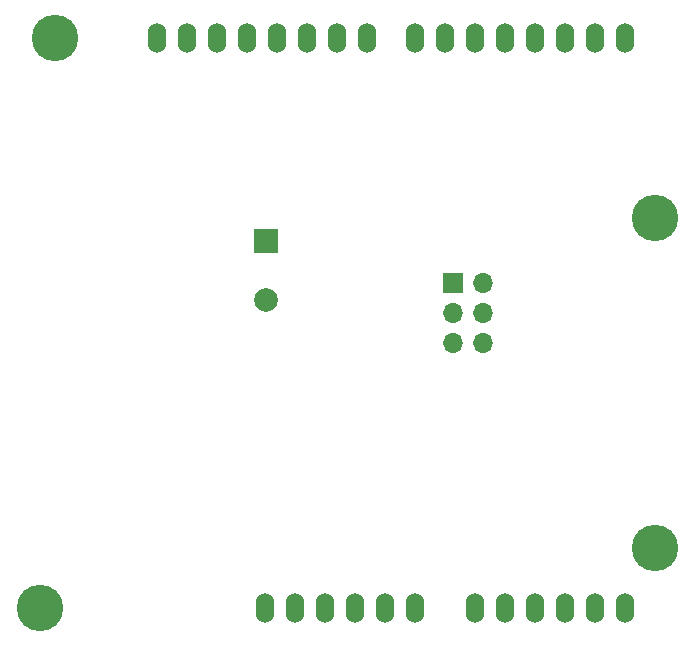
<source format=gbr>
%TF.GenerationSoftware,KiCad,Pcbnew,5.1.10*%
%TF.CreationDate,2021-11-17T00:54:39-05:00*%
%TF.ProjectId,shield_programmer_v0p3,73686965-6c64-45f7-9072-6f6772616d6d,rev?*%
%TF.SameCoordinates,Original*%
%TF.FileFunction,Soldermask,Top*%
%TF.FilePolarity,Negative*%
%FSLAX46Y46*%
G04 Gerber Fmt 4.6, Leading zero omitted, Abs format (unit mm)*
G04 Created by KiCad (PCBNEW 5.1.10) date 2021-11-17 00:54:39*
%MOMM*%
%LPD*%
G01*
G04 APERTURE LIST*
%ADD10R,1.700000X1.700000*%
%ADD11O,1.700000X1.700000*%
%ADD12R,2.000000X2.000000*%
%ADD13C,2.000000*%
%ADD14O,1.524000X2.540000*%
%ADD15C,3.937000*%
G04 APERTURE END LIST*
D10*
%TO.C,P1*%
X159766000Y-102616000D03*
D11*
X162306000Y-102616000D03*
X159766000Y-105156000D03*
X162306000Y-105156000D03*
X159766000Y-107696000D03*
X162306000Y-107696000D03*
%TD*%
D12*
%TO.C,C1*%
X143890000Y-99060000D03*
D13*
X143890000Y-104060000D03*
%TD*%
D14*
%TO.C,SHIELD1*%
X174308000Y-130175000D03*
X171768000Y-130175000D03*
X169228000Y-130175000D03*
X161608000Y-130175000D03*
X164148000Y-130175000D03*
X166688000Y-130175000D03*
X156528000Y-130175000D03*
X153988000Y-130175000D03*
X151448000Y-130175000D03*
X146368000Y-130175000D03*
X143828000Y-130175000D03*
X174308000Y-81915000D03*
X171768000Y-81915000D03*
X169228000Y-81915000D03*
X166688000Y-81915000D03*
X164148000Y-81915000D03*
X161608000Y-81915000D03*
X159068000Y-81915000D03*
X156528000Y-81915000D03*
X152464000Y-81915000D03*
X149924000Y-81915000D03*
X147384000Y-81915000D03*
X144844000Y-81915000D03*
X142304000Y-81915000D03*
X139764000Y-81915000D03*
X137224000Y-81915000D03*
X134684000Y-81915000D03*
X148908000Y-130175000D03*
D15*
X176848000Y-125095000D03*
X176848000Y-97155000D03*
X126048000Y-81915000D03*
X124778000Y-130175000D03*
%TD*%
M02*

</source>
